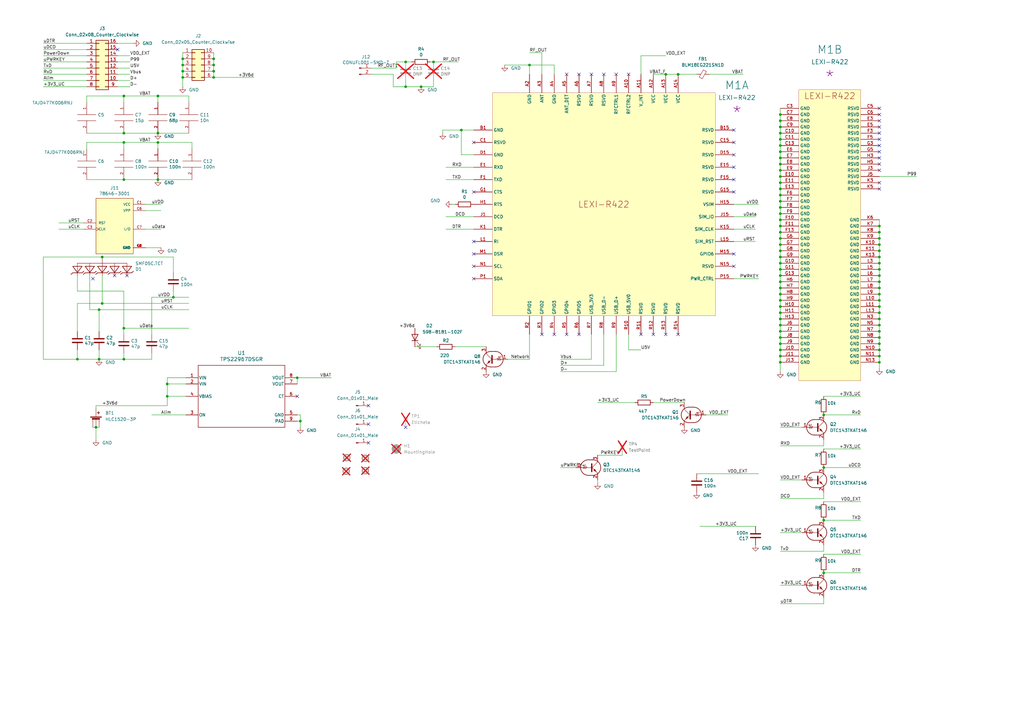
<source format=kicad_sch>
(kicad_sch (version 20231120) (generator "eeschema") (generator_version "8.0")
  (paper "A3")
  (title_block (title "Modem BG95") (rev "4.0") (company "Delta Electronics SRL"))
  (junction (at 320.04 69.85))
  (junction (at 87.63 26.67))
  (junction (at 320.04 123.19))
  (junction (at 68.58 162.56))
  (junction (at 74.93 24.13))
  (junction (at 320.04 87.63))
  (junction (at 320.04 90.17))
  (junction (at 360.68 130.81))
  (junction (at 166.37 25.4))
  (junction (at 64.77 58.42))
  (junction (at 320.04 146.05))
  (junction (at 337.82 234.95))
  (junction (at 121.92 154.94))
  (junction (at 273.05 30.48))
  (junction (at 360.68 107.95))
  (junction (at 360.68 100.33))
  (junction (at 41.91 124.46))
  (junction (at 189.23 53.34))
  (junction (at 320.04 140.97))
  (junction (at 320.04 100.33))
  (junction (at 320.04 130.81))
  (junction (at 320.04 135.89))
  (junction (at 50.8 147.32))
  (junction (at 360.68 128.27))
  (junction (at 74.93 29.21))
  (junction (at 68.58 157.48))
  (junction (at 64.77 73.66))
  (junction (at 320.04 46.99))
  (junction (at 360.68 95.25))
  (junction (at 320.04 64.77))
  (junction (at 360.68 140.97))
  (junction (at 320.04 82.55))
  (junction (at 50.8 54.61))
  (junction (at 360.68 113.03))
  (junction (at 123.19 172.72))
  (junction (at 320.04 49.53))
  (junction (at 71.12 121.92))
  (junction (at 41.91 105.41))
  (junction (at 320.04 105.41))
  (junction (at 360.68 102.87))
  (junction (at 320.04 54.61))
  (junction (at 50.8 58.42))
  (junction (at 360.68 148.59))
  (junction (at 337.82 170.18))
  (junction (at 177.8 25.4))
  (junction (at 320.04 118.11))
  (junction (at 50.8 73.66))
  (junction (at 337.82 191.77))
  (junction (at 320.04 85.09))
  (junction (at 360.68 125.73))
  (junction (at 320.04 57.15))
  (junction (at 74.93 31.75))
  (junction (at 320.04 128.27))
  (junction (at 31.75 147.32))
  (junction (at 320.04 115.57))
  (junction (at 320.04 97.79))
  (junction (at 360.68 110.49))
  (junction (at 172.72 35.56))
  (junction (at 217.17 26.67))
  (junction (at 360.68 135.89))
  (junction (at 320.04 80.01))
  (junction (at 320.04 92.71))
  (junction (at 360.68 118.11))
  (junction (at 87.63 29.21))
  (junction (at 360.68 133.35))
  (junction (at 278.13 30.48))
  (junction (at 87.63 24.13))
  (junction (at 320.04 95.25))
  (junction (at 360.68 115.57))
  (junction (at 320.04 133.35))
  (junction (at 360.68 120.65))
  (junction (at 320.04 59.69))
  (junction (at 320.04 125.73))
  (junction (at 320.04 120.65))
  (junction (at 50.8 39.37))
  (junction (at 360.68 123.19))
  (junction (at 50.8 134.62))
  (junction (at 39.37 175.26))
  (junction (at 337.82 213.36))
  (junction (at 64.77 39.37))
  (junction (at 64.77 54.61))
  (junction (at 320.04 113.03))
  (junction (at 40.64 147.32))
  (junction (at 320.04 62.23))
  (junction (at 360.68 97.79))
  (junction (at 360.68 92.71))
  (junction (at 360.68 143.51))
  (junction (at 320.04 52.07))
  (junction (at 320.04 143.51))
  (junction (at 320.04 77.47))
  (junction (at 320.04 148.59))
  (junction (at 320.04 72.39))
  (junction (at 166.37 35.56))
  (junction (at 40.64 127))
  (junction (at 360.68 146.05))
  (junction (at 320.04 102.87))
  (junction (at 360.68 138.43))
  (junction (at 320.04 74.93))
  (junction (at 74.93 26.67))
  (junction (at 320.04 67.31))
  (junction (at 360.68 105.41))
  (junction (at 320.04 138.43))
  (junction (at 87.63 31.75))
  (junction (at 320.04 110.49))
  (junction (at 320.04 107.95))
  (no_connect (at 151.13 181.61))
  (no_connect (at 52.07 113.03))
  (no_connect (at 300.99 58.42))
  (no_connect (at 194.31 78.74))
  (no_connect (at 360.68 67.31))
  (no_connect (at 151.13 166.37))
  (no_connect (at 262.89 137.16))
  (no_connect (at 48.26 20.32))
  (no_connect (at 222.25 137.16))
  (no_connect (at 252.73 30.48))
  (no_connect (at 194.31 104.14))
  (no_connect (at 300.99 63.5))
  (no_connect (at 360.68 54.61))
  (no_connect (at 237.49 30.48))
  (no_connect (at 121.92 162.56))
  (no_connect (at 360.68 49.53))
  (no_connect (at 194.31 58.42))
  (no_connect (at 242.57 30.48))
  (no_connect (at 300.99 73.66))
  (no_connect (at 273.05 137.16))
  (no_connect (at 360.68 44.45))
  (no_connect (at 166.37 175.26))
  (no_connect (at 360.68 77.47))
  (no_connect (at 46.99 113.03))
  (no_connect (at 300.99 68.58))
  (no_connect (at 257.81 30.48))
  (no_connect (at 360.68 62.23))
  (no_connect (at 300.99 104.14))
  (no_connect (at 232.41 30.48))
  (no_connect (at 278.13 137.16))
  (no_connect (at 300.99 109.22))
  (no_connect (at 360.68 57.15))
  (no_connect (at 360.68 74.93))
  (no_connect (at 267.97 137.16))
  (no_connect (at 360.68 69.85))
  (no_connect (at 38.1 114.3))
  (no_connect (at 194.31 109.22))
  (no_connect (at 227.33 137.16))
  (no_connect (at 300.99 53.34))
  (no_connect (at 360.68 64.77))
  (no_connect (at 247.65 30.48))
  (no_connect (at 360.68 46.99))
  (no_connect (at 360.68 52.07))
  (no_connect (at 194.31 99.06))
  (no_connect (at 360.68 59.69))
  (no_connect (at 237.49 137.16))
  (no_connect (at 300.99 78.74))
  (no_connect (at 194.31 114.3))
  (no_connect (at 232.41 137.16))
  (no_connect (at 151.13 173.99))
  (wire (pts (xy 189.23 53.34) (xy 194.31 53.34)))
  (wire (pts (xy 68.58 157.48) (xy 76.2 157.48)))
  (wire (pts (xy 320.04 115.57) (xy 320.04 118.11)))
  (wire (pts (xy 17.78 27.94) (xy 35.56 27.94)))
  (wire (pts (xy 36.83 113.03) (xy 36.83 127)))
  (wire (pts (xy 320.04 80.01) (xy 320.04 82.55)))
  (wire (pts (xy 48.26 35.56) (xy 53.34 35.56)))
  (wire (pts (xy 162.56 25.4) (xy 162.56 27.94)))
  (wire (pts (xy 360.68 113.03) (xy 360.68 115.57)))
  (wire (pts (xy 320.04 140.97) (xy 320.04 143.51)))
  (wire (pts (xy 229.87 152.4) (xy 252.73 152.4)))
  (wire (pts (xy 320.04 52.07) (xy 320.04 54.61)))
  (wire (pts (xy 320.04 146.05) (xy 320.04 148.59)))
  (wire (pts (xy 121.92 154.94) (xy 135.89 154.94)))
  (wire (pts (xy 172.72 35.56) (xy 177.8 35.56)))
  (wire (pts (xy 360.68 92.71) (xy 360.68 95.25)))
  (wire (pts (xy 245.11 196.85) (xy 245.11 198.12)))
  (wire (pts (xy 35.56 58.42) (xy 50.8 58.42)))
  (wire (pts (xy 68.58 157.48) (xy 68.58 154.94)))
  (wire (pts (xy 360.68 123.19) (xy 360.68 125.73)))
  (wire (pts (xy 320.04 64.77) (xy 320.04 67.31)))
  (wire (pts (xy 177.8 33.02) (xy 177.8 35.56)))
  (wire (pts (xy 337.82 213.36) (xy 353.06 213.36)))
  (wire (pts (xy 40.64 143.51) (xy 40.64 147.32)))
  (wire (pts (xy 320.04 247.65) (xy 337.82 247.65)))
  (wire (pts (xy 360.68 107.95) (xy 360.68 110.49)))
  (wire (pts (xy 50.8 39.37) (xy 64.77 39.37)))
  (wire (pts (xy 337.82 201.93) (xy 337.82 204.47)))
  (wire (pts (xy 229.87 149.86) (xy 247.65 149.86)))
  (wire (pts (xy 222.25 30.48) (xy 222.25 21.59)))
  (wire (pts (xy 31.75 147.32) (xy 40.64 147.32)))
  (wire (pts (xy 320.04 218.44) (xy 328.93 218.44)))
  (wire (pts (xy 300.99 99.06) (xy 309.88 99.06)))
  (wire (pts (xy 360.68 72.39) (xy 375.92 72.39)))
  (wire (pts (xy 337.82 223.52) (xy 337.82 226.06)))
  (wire (pts (xy 121.92 172.72) (xy 123.19 172.72)))
  (wire (pts (xy 17.78 147.32) (xy 31.75 147.32)))
  (wire (pts (xy 31.75 143.51) (xy 31.75 147.32)))
  (wire (pts (xy 194.31 93.98) (xy 182.88 93.98)))
  (wire (pts (xy 62.23 137.16) (xy 62.23 121.92)))
  (wire (pts (xy 161.29 35.56) (xy 166.37 35.56)))
  (wire (pts (xy 68.58 154.94) (xy 76.2 154.94)))
  (wire (pts (xy 87.63 24.13) (xy 87.63 26.67)))
  (wire (pts (xy 59.69 86.36) (xy 66.04 86.36)))
  (wire (pts (xy 257.81 137.16) (xy 257.81 143.51)))
  (wire (pts (xy 298.45 170.18) (xy 289.56 170.18)))
  (wire (pts (xy 337.82 184.15) (xy 353.06 184.15)))
  (wire (pts (xy 337.82 245.11) (xy 337.82 247.65)))
  (wire (pts (xy 320.04 226.06) (xy 337.82 226.06)))
  (wire (pts (xy 320.04 54.61) (xy 320.04 57.15)))
  (wire (pts (xy 40.64 127) (xy 77.47 127)))
  (wire (pts (xy 39.37 166.37) (xy 68.58 166.37)))
  (wire (pts (xy 320.04 130.81) (xy 320.04 133.35)))
  (wire (pts (xy 17.78 25.4) (xy 35.56 25.4)))
  (wire (pts (xy 50.8 41.91) (xy 50.8 39.37)))
  (wire (pts (xy 35.56 54.61) (xy 50.8 54.61)))
  (wire (pts (xy 181.61 53.34) (xy 189.23 53.34)))
  (wire (pts (xy 71.12 121.92) (xy 77.47 121.92)))
  (wire (pts (xy 337.82 180.34) (xy 337.82 182.88)))
  (wire (pts (xy 217.17 26.67) (xy 217.17 30.48)))
  (wire (pts (xy 48.26 22.86) (xy 53.34 22.86)))
  (wire (pts (xy 320.04 133.35) (xy 320.04 135.89)))
  (wire (pts (xy 320.04 128.27) (xy 320.04 130.81)))
  (wire (pts (xy 121.92 154.94) (xy 121.92 157.48)))
  (wire (pts (xy 39.37 180.34) (xy 39.37 175.26)))
  (wire (pts (xy 31.75 124.46) (xy 31.75 135.89)))
  (wire (pts (xy 290.83 30.48) (xy 304.8 30.48)))
  (wire (pts (xy 217.17 137.16) (xy 217.17 147.32)))
  (wire (pts (xy 123.19 175.26) (xy 123.19 172.72)))
  (wire (pts (xy 87.63 21.59) (xy 87.63 24.13)))
  (wire (pts (xy 320.04 46.99) (xy 320.04 49.53)))
  (wire (pts (xy 320.04 49.53) (xy 320.04 52.07)))
  (wire (pts (xy 320.04 44.45) (xy 320.04 46.99)))
  (wire (pts (xy 320.04 143.51) (xy 320.04 146.05)))
  (wire (pts (xy 185.42 83.82) (xy 186.69 83.82)))
  (wire (pts (xy 227.33 30.48) (xy 227.33 26.67)))
  (wire (pts (xy 360.68 130.81) (xy 360.68 133.35)))
  (wire (pts (xy 64.77 58.42) (xy 78.74 58.42)))
  (wire (pts (xy 77.47 39.37) (xy 77.47 41.91)))
  (wire (pts (xy 252.73 152.4) (xy 252.73 137.16)))
  (wire (pts (xy 320.04 182.88) (xy 337.82 182.88)))
  (wire (pts (xy 229.87 147.32) (xy 242.57 147.32)))
  (wire (pts (xy 320.04 148.59) (xy 320.04 152.4)))
  (wire (pts (xy 17.78 30.48) (xy 35.56 30.48)))
  (wire (pts (xy 280.67 165.1) (xy 267.97 165.1)))
  (wire (pts (xy 320.04 95.25) (xy 320.04 97.79)))
  (wire (pts (xy 76.2 170.18) (xy 62.23 170.18)))
  (wire (pts (xy 35.56 60.96) (xy 35.56 58.42)))
  (wire (pts (xy 59.69 93.98) (xy 66.04 93.98)))
  (wire (pts (xy 35.56 39.37) (xy 50.8 39.37)))
  (wire (pts (xy 35.56 73.66) (xy 50.8 73.66)))
  (wire (pts (xy 123.19 172.72) (xy 123.19 170.18)))
  (wire (pts (xy 320.04 97.79) (xy 320.04 100.33)))
  (wire (pts (xy 48.26 25.4) (xy 53.34 25.4)))
  (wire (pts (xy 217.17 26.67) (xy 207.01 26.67)))
  (wire (pts (xy 360.68 120.65) (xy 360.68 123.19)))
  (wire (pts (xy 194.31 88.9) (xy 182.88 88.9)))
  (wire (pts (xy 273.05 30.48) (xy 278.13 30.48)))
  (wire (pts (xy 189.23 53.34) (xy 189.23 63.5)))
  (wire (pts (xy 320.04 57.15) (xy 320.04 59.69)))
  (wire (pts (xy 50.8 134.62) (xy 77.47 134.62)))
  (wire (pts (xy 48.26 30.48) (xy 53.34 30.48)))
  (wire (pts (xy 320.04 100.33) (xy 320.04 102.87)))
  (wire (pts (xy 320.04 74.93) (xy 320.04 77.47)))
  (wire (pts (xy 217.17 21.59) (xy 222.25 21.59)))
  (wire (pts (xy 262.89 22.86) (xy 273.05 22.86)))
  (wire (pts (xy 300.99 93.98) (xy 309.88 93.98)))
  (wire (pts (xy 360.68 110.49) (xy 360.68 113.03)))
  (wire (pts (xy 267.97 30.48) (xy 273.05 30.48)))
  (wire (pts (xy 35.56 20.32) (xy 17.78 20.32)))
  (wire (pts (xy 123.19 170.18) (xy 121.92 170.18)))
  (wire (pts (xy 62.23 121.92) (xy 71.12 121.92)))
  (wire (pts (xy 320.04 85.09) (xy 320.04 87.63)))
  (wire (pts (xy 320.04 125.73) (xy 320.04 128.27)))
  (wire (pts (xy 320.04 138.43) (xy 320.04 140.97)))
  (wire (pts (xy 320.04 123.19) (xy 320.04 125.73)))
  (wire (pts (xy 360.68 115.57) (xy 360.68 118.11)))
  (wire (pts (xy 189.23 63.5) (xy 194.31 63.5)))
  (wire (pts (xy 257.81 143.51) (xy 262.89 143.51)))
  (wire (pts (xy 166.37 35.56) (xy 172.72 35.56)))
  (wire (pts (xy 64.77 41.91) (xy 64.77 39.37)))
  (wire (pts (xy 242.57 137.16) (xy 242.57 147.32)))
  (wire (pts (xy 41.91 113.03) (xy 41.91 124.46)))
  (wire (pts (xy 64.77 60.96) (xy 64.77 58.42)))
  (wire (pts (xy 39.37 175.26) (xy 40.64 175.26)))
  (wire (pts (xy 360.68 90.17) (xy 360.68 92.71)))
  (wire (pts (xy 17.78 147.32) (xy 17.78 105.41)))
  (wire (pts (xy 320.04 175.26) (xy 328.93 175.26)))
  (wire (pts (xy 87.63 29.21) (xy 87.63 31.75)))
  (wire (pts (xy 87.63 31.75) (xy 104.14 31.75)))
  (wire (pts (xy 177.8 25.4) (xy 187.96 25.4)))
  (wire (pts (xy 34.29 93.98) (xy 24.13 93.98)))
  (wire (pts (xy 236.22 191.77) (xy 229.87 191.77)))
  (wire (pts (xy 50.8 147.32) (xy 62.23 147.32)))
  (wire (pts (xy 40.64 127) (xy 40.64 135.89)))
  (wire (pts (xy 34.29 91.44) (xy 24.13 91.44)))
  (wire (pts (xy 285.75 194.31) (xy 311.15 194.31)))
  (wire (pts (xy 170.18 142.24) (xy 179.07 142.24)))
  (wire (pts (xy 360.68 148.59) (xy 360.68 151.13)))
  (wire (pts (xy 152.4 30.48) (xy 161.29 30.48)))
  (wire (pts (xy 50.8 60.96) (xy 50.8 58.42)))
  (wire (pts (xy 452.12 196.85) (xy 461.01 196.85)))
  (wire (pts (xy 360.68 143.51) (xy 360.68 146.05)))
  (wire (pts (xy 64.77 39.37) (xy 77.47 39.37)))
  (wire (pts (xy 320.04 67.31) (xy 320.04 69.85)))
  (wire (pts (xy 162.56 27.94) (xy 152.4 27.94)))
  (wire (pts (xy 360.68 128.27) (xy 360.68 130.81)))
  (wire (pts (xy 452.12 194.31) (xy 461.01 194.31)))
  (wire (pts (xy 320.04 77.47) (xy 320.04 80.01)))
  (wire (pts (xy 247.65 149.86) (xy 247.65 137.16)))
  (wire (pts (xy 320.04 196.85) (xy 328.93 196.85)))
  (wire (pts (xy 161.29 30.48) (xy 161.29 35.56)))
  (wire (pts (xy 360.68 105.41) (xy 360.68 107.95)))
  (wire (pts (xy 17.78 105.41) (xy 41.91 105.41)))
  (wire (pts (xy 166.37 25.4) (xy 168.91 25.4)))
  (wire (pts (xy 71.12 119.38) (xy 71.12 121.92)))
  (wire (pts (xy 320.04 110.49) (xy 320.04 113.03)))
  (wire (pts (xy 68.58 162.56) (xy 68.58 157.48)))
  (wire (pts (xy 320.04 107.95) (xy 320.04 110.49)))
  (wire (pts (xy 360.68 133.35) (xy 360.68 135.89)))
  (wire (pts (xy 31.75 119.38) (xy 50.8 119.38)))
  (wire (pts (xy 320.04 72.39) (xy 320.04 74.93)))
  (wire (pts (xy 360.68 95.25) (xy 360.68 97.79)))
  (wire (pts (xy 50.8 58.42) (xy 64.77 58.42)))
  (wire (pts (xy 311.15 114.3) (xy 300.99 114.3)))
  (wire (pts (xy 320.04 92.71) (xy 320.04 95.25)))
  (wire (pts (xy 300.99 83.82) (xy 311.15 83.82)))
  (wire (pts (xy 227.33 26.67) (xy 217.17 26.67)))
  (wire (pts (xy 64.77 73.66) (xy 78.74 73.66)))
  (wire (pts (xy 278.13 30.48) (xy 285.75 30.48)))
  (wire (pts (xy 360.68 118.11) (xy 360.68 120.65)))
  (wire (pts (xy 166.37 25.4) (xy 162.56 25.4)))
  (wire (pts (xy 320.04 105.41) (xy 320.04 107.95)))
  (wire (pts (xy 337.82 234.95) (xy 353.06 234.95)))
  (wire (pts (xy 360.68 138.43) (xy 360.68 140.97)))
  (wire (pts (xy 78.74 58.42) (xy 78.74 60.96)))
  (wire (pts (xy 50.8 54.61) (xy 64.77 54.61)))
  (wire (pts (xy 40.64 127) (xy 36.83 127)))
  (wire (pts (xy 245.11 165.1) (xy 260.35 165.1)))
  (wire (pts (xy 320.04 82.55) (xy 320.04 85.09)))
  (wire (pts (xy 320.04 113.03) (xy 320.04 115.57)))
  (wire (pts (xy 62.23 147.32) (xy 62.23 144.78)))
  (wire (pts (xy 320.04 102.87) (xy 320.04 105.41)))
  (wire (pts (xy 77.47 124.46) (xy 41.91 124.46)))
  (wire (pts (xy 59.69 101.6) (xy 66.04 101.6)))
  (wire (pts (xy 176.53 25.4) (xy 177.8 25.4)))
  (wire (pts (xy 48.26 17.78) (xy 54.61 17.78)))
  (wire (pts (xy 74.93 21.59) (xy 74.93 24.13)))
  (wire (pts (xy 320.04 120.65) (xy 320.04 123.19)))
  (wire (pts (xy 48.26 33.02) (xy 53.34 33.02)))
  (wire (pts (xy 48.26 27.94) (xy 53.34 27.94)))
  (wire (pts (xy 74.93 31.75) (xy 74.93 35.56)))
  (wire (pts (xy 59.69 83.82) (xy 66.04 83.82)))
  (wire (pts (xy 50.8 73.66) (xy 64.77 73.66)))
  (wire (pts (xy 74.93 24.13) (xy 74.93 26.67)))
  (wire (pts (xy 74.93 29.21) (xy 74.93 31.75)))
  (wire (pts (xy 194.31 68.58) (xy 182.88 68.58)))
  (wire (pts (xy 87.63 26.67) (xy 87.63 29.21)))
  (wire (pts (xy 245.11 186.69) (xy 255.27 186.69)))
  (wire (pts (xy 181.61 54.61) (xy 181.61 53.34)))
  (wire (pts (xy 337.82 191.77) (xy 353.06 191.77)))
  (wire (pts (xy 41.91 124.46) (xy 31.75 124.46)))
  (wire (pts (xy 41.91 105.41) (xy 71.12 105.41)))
  (wire (pts (xy 337.82 162.56) (xy 353.06 162.56)))
  (wire (pts (xy 194.31 73.66) (xy 182.88 73.66)))
  (wire (pts (xy 64.77 54.61) (xy 77.47 54.61)))
  (wire (pts (xy 320.04 62.23) (xy 320.04 64.77)))
  (wire (pts (xy 360.68 102.87) (xy 360.68 105.41)))
  (wire (pts (xy 68.58 162.56) (xy 76.2 162.56)))
  (wire (pts (xy 360.68 140.97) (xy 360.68 143.51)))
  (wire (pts (xy 320.04 87.63) (xy 320.04 90.17)))
  (wire (pts (xy 17.78 22.86) (xy 35.56 22.86)))
  (wire (pts (xy 320.04 90.17) (xy 320.04 92.71)))
  (wire (pts (xy 199.39 142.24) (xy 186.69 142.24)))
  (wire (pts (xy 217.17 147.32) (xy 208.28 147.32)))
  (wire (pts (xy 31.75 113.03) (xy 31.75 119.38)))
  (wire (pts (xy 50.8 119.38) (xy 50.8 134.62)))
  (wire (pts (xy 360.68 146.05) (xy 360.68 148.59)))
  (wire (pts (xy 337.82 170.18) (xy 353.06 170.18)))
  (wire (pts (xy 262.89 30.48) (xy 262.89 22.86)))
  (wire (pts (xy 360.68 135.89) (xy 360.68 138.43)))
  (wire (pts (xy 360.68 125.73) (xy 360.68 128.27)))
  (wire (pts (xy 40.64 147.32) (xy 50.8 147.32)))
  (wire (pts (xy 71.12 105.41) (xy 71.12 111.76)))
  (wire (pts (xy 360.68 97.79) (xy 360.68 100.33)))
  (wire (pts (xy 166.37 35.56) (xy 166.37 33.02)))
  (wire (pts (xy 50.8 144.78) (xy 50.8 147.32)))
  (wire (pts (xy 320.04 204.47) (xy 337.82 204.47)))
  (wire (pts (xy 38.1 175.26) (xy 39.37 175.26)))
  (wire (pts (xy 320.04 59.69) (xy 320.04 62.23)))
  (wire (pts (xy 68.58 166.37) (xy 68.58 162.56)))
  (wire (pts (xy 17.78 33.02) (xy 35.56 33.02)))
  (wire (pts (xy 360.68 100.33) (xy 360.68 102.87)))
  (wire (pts (xy 337.82 205.74) (xy 353.06 205.74)))
  (wire (pts (xy 320.04 240.03) (xy 328.93 240.03)))
  (wire (pts (xy 39.37 166.37) (xy 39.37 167.64)))
  (wire (pts (xy 50.8 134.62) (xy 50.8 137.16)))
  (wire (pts (xy 320.04 118.11) (xy 320.04 120.65)))
  (wire (pts (xy 300.99 88.9) (xy 309.88 88.9)))
  (wire (pts (xy 287.02 215.9) (xy 309.88 215.9)))
  (wire (pts (xy 320.04 135.89) (xy 320.04 138.43)))
  (wire (pts (xy 35.56 41.91) (xy 35.56 39.37)))
  (wire (pts (xy 74.93 26.67) (xy 74.93 29.21)))
  (wire (pts (xy 35.56 35.56) (xy 17.78 35.56)))
  (wire (pts (xy 35.56 17.78) (xy 17.78 17.78)))
  (wire (pts (xy 337.82 227.33) (xy 353.06 227.33)))
  (wire (pts (xy 320.04 69.85) (xy 320.04 72.39)))
  (label "uDTR" (at 320.04 247.65 0))
  (label "uDCD" (at 17.78 20.32 0))
  (label "VBAT" (at 57.15 39.37 0))
  (label "D+" (at 53.34 33.02 0))
  (label "RxD" (at 353.06 170.18 180))
  (label "+3V6d" (at 104.14 31.75 180))
  (label "VDD_EXT" (at 298.45 194.31 0))
  (label "U5V" (at 262.89 143.51 0))
  (label "TXD" (at 185.42 73.66 0))
  (label "+3V3_UC" (at 293.37 215.9 0))
  (label "RF_OUT" (at 217.17 21.59 0))
  (label "PWRKEY" (at 254 186.69 180))
  (label "uData" (at 62.23 93.98 0))
  (label "PowerDown" (at 270.51 165.1 0))
  (label "TXD" (at 353.06 213.36 180))
  (label "uVDD" (at 62.23 83.82 0))
  (label "uVDD" (at 306.07 83.82 0))
  (label "+3V3_UC" (at 320.04 240.03 0))
  (label "VBAT" (at 304.8 30.48 180))
  (label "T" (at 452.12 196.85 0))
  (label "D-" (at 53.34 35.56 0))
  (label "VDD_EXT" (at 353.06 205.74 180))
  (label "PWRKEY" (at 311.15 114.3 180))
  (label "VBAT" (at 57.15 58.42 0))
  (label "uRST" (at 304.8 99.06 0))
  (label "Vbus" (at 229.87 147.32 0))
  (label "VDD_EXT" (at 320.04 175.26 0))
  (label "+3V3_UC" (at 353.06 184.15 180))
  (label "Alim" (at 66.04 170.18 0))
  (label "+3V3_UC" (at 17.78 35.56 0))
  (label "Alim" (at 17.78 33.02 0))
  (label "DCD" (at 186.69 88.9 0))
  (label "D+" (at 229.87 149.86 0))
  (label "Vbus" (at 53.34 30.48 0))
  (label "U5V" (at 53.34 27.94 0))
  (label "TxD" (at 320.04 226.06 0))
  (label "DTR" (at 353.06 234.95 180))
  (label "VDD_EXT" (at 320.04 196.85 0))
  (label "DCD" (at 320.04 204.47 0))
  (label "uPWRKEY" (at 17.78 25.4 0))
  (label "R" (at 452.12 194.31 0))
  (label "+3V3_UC" (at 245.11 165.1 0))
  (label "RXD" (at 185.42 68.58 0))
  (label "VBAT" (at 135.89 154.94 180))
  (label "uCLK" (at 27.94 93.98 0))
  (label "RxD" (at 17.78 30.48 0))
  (label "RF_OUT1" (at 154.94 27.94 0))
  (label "VDD_EXT" (at 353.06 227.33 180))
  (label "Network" (at 209.55 147.32 0))
  (label "uVDD" (at 64.77 121.92 0))
  (label "+3V3_UC" (at 353.06 162.56 180))
  (label "RXD" (at 320.04 182.88 0))
  (label "DTR" (at 185.42 93.98 0))
  (label "uRST" (at 27.94 91.44 0))
  (label "PowerDown" (at 17.78 22.86 0))
  (label "uPWRKEY" (at 229.87 191.77 0))
  (label "+3V6d" (at 48.26 166.37 180))
  (label "VBAT_F" (at 273.05 30.48 180))
  (label "uRST" (at 66.04 124.46 0))
  (label "uCLK" (at 304.8 93.98 0))
  (label "+3V6d" (at 170.18 134.62 180))
  (label "VDD_EXT" (at 273.05 22.86 0))
  (label "D-" (at 229.87 152.4 0))
  (label "uDCD" (at 353.06 191.77 180))
  (label "VDD_EXT" (at 53.34 22.86 0))
  (label "uData" (at 57.15 134.62 0))
  (label "VDD_EXT" (at 290.83 170.18 0))
  (label "RF_OUT" (at 181.61 25.4 0))
  (label "TxD" (at 17.78 27.94 0))
  (label "uData" (at 304.8 88.9 0))
  (label "uDTR" (at 17.78 17.78 0))
  (label "P99" (at 53.34 25.4 0))
  (label "uCLK" (at 66.04 127 0))
  (label "P99" (at 375.92 72.39 180))
  (label "+3V3_UC" (at 320.04 218.44 0))
  (symbol (lib_id "Transistor_BJT:DTC143T") (at 201.93 147.32 0) (mirror y) (unit 1)
    (property "Reference" "Q8" (at 197.1548 146.1516 0) (effects (justify left)))
    (property "Value" "DTC143TKAT146" (at 197.1548 148.463 0) (effects (justify left)))
    (property "Footprint" "Package_TO_SOT_SMD:SOT-23" (effects (hide yes)))
    (property "VTPN" "4500-00020-00" (effects (hide yes)))
  )
  (symbol (lib_id "SMF05C:SMF05C") (at 44.45 110.49 180) (unit 1)
    (property "Reference" "D1" (at 55.4736 110.3884 0) (effects (justify right)))
    (property "Value" "SMF05C.TCT" (at 55.4736 108.077 0) (effects (justify right)))
    (property "Footprint" "Diode_SMD:SC70-6" (effects (hide yes)))
    (property "VTPN" "4724-00010-00" (effects (hide yes)))
  )
  (symbol (lib_id "Device:C") (at 31.75 139.7 0) (unit 1)
    (property "Reference" "C1" (at 34.671 138.5316 0) (effects (justify left)))
    (property "Value" "47p" (at 34.671 140.843 0) (effects (justify left)))
    (property "Footprint" "Capacitor_SMD:C_0603_1608Metric" (effects (hide yes)))
    (property "VTPN" "4106-00080-00" (effects (hide yes)))
  )
  (symbol (lib_id "Device:C") (at 40.64 139.7 0) (unit 1)
    (property "Reference" "C2" (at 43.561 138.5316 0) (effects (justify left)))
    (property "Value" "47p" (at 43.561 140.843 0) (effects (justify left)))
    (property "Footprint" "Capacitor_SMD:C_0603_1608Metric" (effects (hide yes)))
    (property "VTPN" "4106-00080-00" (effects (hide yes)))
  )
  (symbol (lib_id "Device:C") (at 50.8 140.97 0) (unit 1)
    (property "Reference" "C3" (at 53.721 139.8016 0) (effects (justify left)))
    (property "Value" "47p" (at 53.721 142.113 0) (effects (justify left)))
    (property "Footprint" "Capacitor_SMD:C_0603_1608Metric" (effects (hide yes)))
    (property "VTPN" "4106-00080-00" (effects (hide yes)))
  )
  (symbol (lib_id "Device:C") (at 71.12 115.57 0) (unit 1)
    (property "Reference" "C4" (at 74.041 114.4016 0) (effects (justify left)))
    (property "Value" "100n" (at 74.041 116.713 0) (effects (justify left)))
    (property "Footprint" "Capacitor_SMD:C_0603_1608Metric" (effects (hide yes)))
    (property "VTPN" "4106-00020-00" (effects (hide yes)))
  )
  (symbol (lib_id "pspice:CAP") (at 35.56 48.26 0) (unit 1)
    (property "Reference" "C5" (at 40.0812 47.0916 0) (effects (justify left)))
    (property "Value" "TAJD477K006RNJ" (at 13.208 42.164 0) (effects (justify left)))
    (property "Footprint" "Capacitor_Tantalum_SMD:CP_EIA-7361-38_AVX-V_Pad2.18x3.30mm_HandSolder" (effects (hide yes)))
    (property "VTPN" "4128-00100-00" (effects (hide yes)))
  )
  (symbol (lib_id "pspice:CAP") (at 50.8 48.26 0) (unit 1)
    (property "Reference" "C7" (at 55.3212 47.0916 0) (effects (justify left)))
    (property "Value" "15p" (at 55.3212 49.403 0) (effects (justify left)))
    (property "Footprint" "Capacitor_SMD:C_0603_1608Metric" (effects (hide yes)))
    (property "VTPN" "4106-00070-00" (effects (hide yes)))
  )
  (symbol (lib_id "pspice:CAP") (at 64.77 48.26 0) (unit 1)
    (property "Reference" "C9" (at 69.2912 47.0916 0) (effects (justify left)))
    (property "Value" "68p" (at 69.2912 49.403 0) (effects (justify left)))
    (property "Footprint" "Capacitor_SMD:C_0603_1608Metric" (effects (hide yes)))
    (property "VTPN" "4106-00060-00" (effects (hide yes)))
  )
  (symbol (lib_id "pspice:CAP") (at 77.47 48.26 0) (unit 1)
    (property "Reference" "C11" (at 81.9912 47.0916 0) (effects (justify left)))
    (property "Value" "10n" (at 81.9912 49.403 0) (effects (justify left)))
    (property "Footprint" "Capacitor_SMD:C_0603_1608Metric" (effects (hide yes)))
    (property "VTPN" "4106-00015-00" (effects (hide yes)))
  )
  (symbol (lib_id "pspice:CAP") (at 35.56 67.31 0) (unit 1)
    (property "Reference" "C6" (at 40.0812 66.1416 0) (effects (justify left)))
    (property "Value" "TAJD477K006RNJ" (at 18.1864 62.4332 0) (effects (justify left)))
    (property "Footprint" "Capacitor_Tantalum_SMD:CP_EIA-7361-38_AVX-V_Pad2.18x3.30mm_HandSolder" (effects (hide yes)))
    (property "VTPN" "4128-00100-00" (effects (hide yes)))
  )
  (symbol (lib_id "pspice:CAP") (at 50.8 67.31 0) (unit 1)
    (property "Reference" "C8" (at 55.3212 66.1416 0) (effects (justify left)))
    (property "Value" "100n" (at 55.3212 68.453 0) (effects (justify left)))
    (property "Footprint" "Capacitor_SMD:C_0603_1608Metric" (effects (hide yes)))
    (property "VTPN" "4106-00020-00" (effects (hide yes)))
  )
  (symbol (lib_id "pspice:CAP") (at 64.77 67.31 0) (unit 1)
    (property "Reference" "C10" (at 69.2912 66.1416 0) (effects (justify left)))
    (property "Value" "100n" (at 69.2912 68.453 0) (effects (justify left)))
    (property "Footprint" "Capacitor_SMD:C_0603_1608Metric" (effects (hide yes)))
    (property "VTPN" "4106-00020-00" (effects (hide yes)))
  )
  (symbol (lib_id "pspice:CAP") (at 78.74 67.31 0) (unit 1)
    (property "Reference" "C12" (at 83.2612 66.1416 0) (effects (justify left)))
    (property "Value" "100n" (at 83.2612 68.453 0) (effects (justify left)))
    (property "Footprint" "Capacitor_SMD:C_0603_1608Metric" (effects (hide yes)))
    (property "VTPN" "4106-00020-00" (effects (hide yes)))
  )
  (symbol (lib_id "Connector:Conn_01x02_Male") (at 147.32 27.94 0) (unit 1)
    (property "Reference" "J12" (at 150.0632 23.3426 0))
    (property "Value" "CONUFL001-SMD-T" (at 150.0632 25.654 0))
    (property "Footprint" "Connector_Coaxial:U.FL_Molex_MCRF_73412-0110_Vertical" (effects (hide yes)))
    (property "VTPN" "4416-00010-00" (effects (hide yes)))
  )
  (symbol (lib_id "SimSocketMolex:78646-3001") (at 46.99 91.44 0) (unit 1)
    (property "Reference" "J11" (at 46.99 77.089 0))
    (property "Value" "78646-3001" (at 46.99 79.4004 0))
    (property "Footprint" "Connector_Molex:MOLEX_78646-3001" (effects (hide yes)))
    (property "DESCRIPTION" "Conn Micro SIM Card SKT 6 POS 2.54mm Solder RA SMD 0.5A/Contact Embossed T/R" (effects (hide yes)))
    (property "PACKAGE" "None" (effects (hide yes)))
    (property "MF" "Molex" (effects (hide yes)))
    (property "DIGI-KEY_PART_NUMBER" "WM9364CT-ND" (effects (hide yes)))
    (property "DIGI-KEY_PURCHASE_URL" "https://www.digikey.in/product-detail/en/molex/0786463001/WM9364CT-ND/3770350?utm_source=snapeda&utm_medium=aggregator&utm_campaign=symbol" (effects (hide yes)))
    (property "MP" "78646-3001" (effects (hide yes)))
    (property "VTPN" "4414-00020-00" (effects (hide yes)))
  )
  (symbol (lib_id "Device:C") (at 62.23 140.97 0) (unit 1)
    (property "Reference" "C15" (at 65.151 139.8016 0) (effects (justify left)))
    (property "Value" "47p" (at 65.151 142.113 0) (effects (justify left)))
    (property "Footprint" "Capacitor_SMD:C_0603_1608Metric" (effects (hide yes)))
    (property "VTPN" "4106-00080-00" (effects (hide yes)))
  )
  (symbol (lib_id "Regulator_SwitchedCapacitor:TPS22967DSGR") (at 99.06 162.56 0) (unit 1)
    (property "Reference" "U1" (at 99.06 144.78 0) (effects (font (size 1.524 1.524))))
    (property "Value" "TPS22967DSGR" (at 99.06 147.32 0) (effects (font (size 1.524 1.524))))
    (property "Footprint" "Package_SON:WSON-8-1EP_2x2mm_P0.5mm_EP0.9x1.6mm_ThermalVias" (effects (hide yes)))
    (property "Datasheet" "TPS22967DSGR" (effects (hide yes)))
    (property "VTPN" "4702-01010-00" (effects (hide yes)))
  )
  (symbol (lib_id "Transistor_BJT:DTC143T") (at 335.28 175.26 0) (unit 1)
    (property "Reference" "Q2" (at 340.36 173.9899 0) (effects (justify left)))
    (property "Value" "DTC143TKAT146" (at 340.36 176.5299 0) (effects (justify left)))
    (property "Footprint" "Package_TO_SOT_SMD:SOT-23" (effects (hide yes)))
    (property "Description" "Digital NPN Transistor, 4k7/NONE, SOT-23" (effects (hide yes)))
    (property "VTPN" "4500-00020-00" (effects (hide yes)))
  )
  (symbol (lib_id "Device:LED") (at 170.18 138.43 90) (unit 1)
    (property "Reference" "D2" (at 174.752 133.604 90) (effects (justify right)))
    (property "Value" "598-8181-102F" (at 173.228 136.144 90) (effects (justify right)))
    (property "Footprint" "LED_SMD:LED_0805_2012Metric" (effects (hide yes)))
    (property "Description" "Light emitting diode" (effects (hide yes)))
    (property "VTPN" "4752-01010-00" (effects (hide yes)))
  )
  (symbol (lib_id "Device:R") (at 190.5 83.82 90) (unit 1)
    (property "Reference" "R1" (at 190.5 78.5622 90))
    (property "Value" "0" (at 190.5 80.8736 90))
    (property "Footprint" "Resistor_SMD:R_0603_1608Metric" (effects (hide yes)))
    (property "VTPN" "4006-00001-00" (effects (hide yes)))
  )
  (symbol (lib_id "power:GND") (at 309.88 223.52 0) (mirror y) (unit 1)
    (property "Reference" "#PWR020" (effects (hide yes)))
    (property "Value" "GND" (at 312.42 224.7899 0) (effects (justify right)))
  )
  (symbol (lib_id "Device:R") (at 182.88 142.24 90) (unit 1)
    (property "Reference" "R2" (at 182.88 139.7 90))
    (property "Value" "220" (at 182.372 145.796 90))
    (property "Footprint" "Resistor_SMD:R_0603_1608Metric" (effects (hide yes)))
    (property "VTPN" "4006-00020-00" (effects (hide yes)))
  )
  (symbol (lib_id "Transistor_BJT:DTC143T") (at 335.28 240.03 0) (unit 1)
    (property "Reference" "Q6" (at 340.36 238.7599 0) (effects (justify left)))
    (property "Value" "DTC143TKAT146" (at 340.36 241.2999 0) (effects (justify left)))
    (property "Footprint" "Package_TO_SOT_SMD:SOT-23" (effects (hide yes)))
    (property "Description" "Digital NPN Transistor, 4k7/NONE, SOT-23" (effects (hide yes)))
    (property "VTPN" "4500-00020-00" (effects (hide yes)))
  )
  (symbol (lib_id "Lexi:LEXI-R422") (at 327.66 36.83 0) (unit 2)
    (property "Reference" "M1" (at 340.36 20.32 0) (effects (font (size 3.2766 3.2766))))
    (property "Value" "LEXI-R422" (at 340.36 25.4 0) (effects (font (size 1.8288 1.8288))))
    (property "Footprint" "ublox:LEXI" (effects (hide yes)))
    (property "Description" "u-blox LEXI-R422 modules, a complete and cost-efficient solution offering multi-band LTE-M / NB-IoT / EGPRS data transmissions for low power wide area solutions in the ultra-compact LEXI form factor." (effects (hide yes)))
    (property "Manufacturer P/N" "*" (at 340.36 31.75 0) (effects (font (size 5.4864 5.4864))))
    (property "VTPN" "4716-00020-00" (effects (hide yes)))
  )
  (symbol (lib_id "power:GND") (at 172.72 35.56 0) (mirror y) (unit 1)
    (property "Reference" "#PWR010" (effects (hide yes)))
    (property "Value" "GND" (at 175.26 36.8299 0) (effects (justify right)))
  )
  (symbol (lib_id "power:GND") (at 40.64 147.32 0) (mirror y) (unit 1)
    (property "Reference" "#PWR08" (effects (hide yes)))
    (property "Value" "GND" (at 43.18 148.5899 0) (effects (justify right)))
  )
  (symbol (lib_id "Device:FerriteBead_Small") (at 288.29 30.48 90) (unit 1)
    (property "Reference" "FB1" (at 288.2519 24.13 90))
    (property "Value" "BLM18EG221SN1D" (at 288.2519 26.67 90))
    (property "Footprint" "Inductor_SMD:L_Walsin_WLFM201209x" (effects (hide yes)))
    (property "Description" "Ferrite bead, small symbol" (effects (hide yes)))
    (property "VTPN" "4300-01010-00" (effects (hide yes)))
  )
  (symbol (lib_id "power:GND") (at 207.01 26.67 0) (mirror y) (unit 1)
    (property "Reference" "#PWR06" (effects (hide yes)))
    (property "Value" "GND" (at 209.55 27.9399 0) (effects (justify right)))
  )
  (symbol (lib_id "Mechanical:Fiducial") (at 149.86 193.04 0) (unit 1) (dnp yes)
    (property "Reference" "FID4" (effects (hide yes)))
    (property "Value" "Fiducial" (effects (hide yes)))
    (property "Footprint" "Fiducial:Fiducial_1mm_Mask2mm" (effects (hide yes)))
    (property "VTPN" "4000-00000-00" (effects (hide yes)))
  )
  (symbol (lib_id "Device:R") (at 172.72 25.4 90) (unit 1)
    (property "Reference" "R4" (at 172.72 20.1422 90))
    (property "Value" "0" (at 172.72 22.4536 90))
    (property "Footprint" "Resistor_SMD:R_0603_1608Metric" (effects (hide yes)))
    (property "VTPN" "4006-00001-00" (effects (hide yes)))
  )
  (symbol (lib_id "Connector:Conn_01x01_Male") (at 146.05 173.99 0) (unit 1)
    (property "Reference" "J6" (at 146.685 168.402 0))
    (property "Value" "Conn_01x01_Male" (at 146.685 170.942 0))
    (property "Footprint" "TestPoint:TestPoint_Pad_5.1x5.1mm" (effects (hide yes)))
    (property "VTPN" "4753-00010-00" (effects (hide yes)))
  )
  (symbol (lib_id "Device:C") (at 285.75 198.12 0) (unit 1)
    (property "Reference" "C16" (at 288.671 196.9516 0) (effects (justify left)))
    (property "Value" "100n" (at 288.671 199.263 0) (effects (justify left)))
    (property "Footprint" "Capacitor_SMD:C_0603_1608Metric" (effects (hide yes)))
    (property "VTPN" "4106-00020-00" (effects (hide yes)))
  )
  (symbol (lib_id "power:GND") (at 285.75 201.93 0) (mirror y) (unit 1)
    (property "Reference" "#PWR019" (effects (hide yes)))
    (property "Value" "GND" (at 288.29 203.1999 0) (effects (justify right)))
  )
  (symbol (lib_id "Transistor_BJT:DTC143T") (at 242.57 191.77 0) (unit 1)
    (property "Reference" "Q3" (at 247.3452 190.6016 0) (effects (justify left)))
    (property "Value" "DTC143TKAT146" (at 247.3452 192.913 0) (effects (justify left)))
    (property "Footprint" "Package_TO_SOT_SMD:SOT-23" (effects (hide yes)))
    (property "VTPN" "4500-00020-00" (effects (hide yes)))
  )
  (symbol (lib_id "Mechanical:Fiducial") (at 141.986 193.294 0) (unit 1) (dnp yes)
    (property "Reference" "FID1" (effects (hide yes)))
    (property "Value" "Fiducial" (effects (hide yes)))
    (property "Footprint" "Fiducial:Fiducial_1mm_Mask2mm" (effects (hide yes)))
    (property "VTPN" "4000-00000-00" (effects (hide yes)))
  )
  (symbol (lib_id "Device:C") (at 309.88 219.71 180) (unit 1)
    (property "Reference" "C17" (at 306.959 220.8784 0) (effects (justify left)))
    (property "Value" "100n" (at 306.959 218.567 0) (effects (justify left)))
    (property "Footprint" "Capacitor_SMD:C_0603_1608Metric" (effects (hide yes)))
    (property "VTPN" "4106-00020-00" (effects (hide yes)))
  )
  (symbol (lib_id "Mechanical:Fiducial") (at 142.24 187.706 0) (unit 1) (dnp yes)
    (property "Reference" "FID2" (effects (hide yes)))
    (property "Value" "Fiducial" (effects (hide yes)))
    (property "Footprint" "Fiducial:Fiducial_1mm_Mask2mm" (effects (hide yes)))
    (property "VTPN" "4000-00000-00" (effects (hide yes)))
  )
  (symbol (lib_id "Lexi:LEXI-R422") (at 201.93 38.1 0) (unit 1)
    (property "Reference" "M1" (at 302.26 34.9564 0) (effects (font (size 3.2766 3.2766))))
    (property "Value" "LEXI-R422" (at 302.26 40.0364 0) (effects (font (size 1.8288 1.8288))))
    (property "Footprint" "ublox:LEXI" (effects (hide yes)))
    (property "Description" "u-blox LEXI-R422 modules, a complete and cost-efficient solution offering multi-band LTE-M / NB-IoT / EGPRS data transmissions for low power wide area solutions in the ultra-compact LEXI form factor." (effects (hide yes)))
    (property "Manufacturer P/N" "*" (at 302.26 46.3865 0) (effects (font (size 5.4864 5.4864))))
    (property "VTPN" "4716-00020-00" (effects (hide yes)))
  )
  (symbol (lib_id "power:GND") (at 181.61 54.61 0) (mirror y) (unit 1)
    (property "Reference" "#PWR05" (effects (hide yes)))
    (property "Value" "GND" (at 184.15 55.8799 0) (effects (justify right)))
  )
  (symbol (lib_id "power:GND") (at 54.61 17.78 90) (mirror x) (unit 1)
    (property "Reference" "#PWR02" (effects (hide yes)))
    (property "Value" "GND" (at 58.42 17.7799 90) (effects (justify right)))
  )
  (symbol (lib_id "Transistor_BJT:DTC143T") (at 335.28 218.44 0) (unit 1)
    (property "Reference" "Q5" (at 340.36 217.1699 0) (effects (justify left)))
    (property "Value" "DTC143TKAT146" (at 340.36 219.7099 0) (effects (justify left)))
    (property "Footprint" "Package_TO_SOT_SMD:SOT-23" (effects (hide yes)))
    (property "Description" "Digital NPN Transistor, 4k7/NONE, SOT-23" (effects (hide yes)))
    (property "VTPN" "4500-00020-00" (effects (hide yes)))
  )
  (symbol (lib_id "power:GND") (at 64.77 73.66 0) (mirror y) (unit 1)
    (property "Reference" "#PWR015" (effects (hide yes)))
    (property "Value" "GND" (at 67.31 74.9299 0) (effects (justify right)))
  )
  (symbol (lib_id "Connector_Generic:Conn_02x05_Counter_Clockwise") (at 80.01 26.67 0) (unit 1)
    (property "Reference" "J2" (at 81.28 14.732 0))
    (property "Value" "Conn_02x05_Counter_Clockwise" (at 81.28 17.272 0))
    (property "Footprint" "Connector_PinHeader_2.54mm:PinHeader_2x05_P2.54mm_Vertical_SMD_MOD" (effects (hide yes)))
    (property "VTPN" "4402-00020-00" (effects (hide yes)))
  )
  (symbol (lib_id "Connector:Conn_01x01_Male") (at 146.05 181.61 0) (unit 1)
    (property "Reference" "J4" (at 146.685 176.022 0))
    (property "Value" "Conn_01x01_Male" (at 146.685 178.562 0))
    (property "Footprint" "TestPoint:TestPoint_Pad_5.1x5.1mm" (effects (hide yes)))
    (property "VTPN" "4753-00010-00" (effects (hide yes)))
  )
  (symbol (lib_id "Device:C") (at 166.37 29.21 0) (unit 1) (dnp yes)
    (property "Reference" "C13" (at 169.291 28.0416 0) (effects (justify left)))
    (property "Value" "DNP" (at 169.291 30.353 0) (effects (justify left)))
    (property "Footprint" "Capacitor_SMD:C_0603_1608Metric" (effects (hide yes)))
    (property "VTPN" "4106-00000-00" (effects (hide yes)))
  )
  (symbol (lib_id "power:GND") (at 320.04 152.4 0) (mirror y) (unit 1)
    (property "Reference" "#PWR03" (effects (hide yes)))
    (property "Value" "GND" (at 322.58 153.6699 0) (effects (justify right)))
  )
  (symbol (lib_id "Mechanical:MountingHole") (at 162.56 184.15 0) (unit 1) (dnp yes)
    (property "Reference" "H1" (at 165.608 182.8799 0) (effects (justify left)))
    (property "Value" "MountingHole" (at 165.608 185.4199 0) (effects (justify left)))
    (property "Footprint" "MountingHole:MountingHole_2.5mm  Simpla" (effects (hide yes)))
    (property "VTPN" "4000-00000-00" (effects (hide yes)))
  )
  (symbol (lib_id "Connector:TestPoint") (at 255.27 186.69 0) (unit 1) (dnp yes)
    (property "Reference" "TP4" (at 257.81 182.1179 0) (effects (justify left)))
    (property "Value" "TestPoint" (at 257.81 184.6579 0) (effects (justify left)))
    (property "Footprint" "TestPoint:TestPoint_Pad_D1.5mm" (effects (hide yes)))
    (property "Description" "test point" (effects (hide yes)))
    (property "VTPN" "4000-00000-00" (effects (hide yes)))
  )
  (symbol (lib_id "power:GND") (at 185.42 83.82 270) (mirror x) (unit 1)
    (property "Reference" "#PWR017" (effects (hide yes)))
    (property "Value" "GND" (at 180.594 82.296 90) (effects (justify right)))
  )
  (symbol (lib_id "power:GND") (at 66.04 101.6 0) (mirror y) (unit 1)
    (property "Reference" "#PWR07" (effects (hide yes)))
    (property "Value" "GND" (at 68.58 102.8699 0) (effects (justify right)))
  )
  (symbol (lib_id "power:GND") (at 280.67 175.26 0) (mirror y) (unit 1)
    (property "Reference" "#PWR018" (effects (hide yes)))
    (property "Value" "GND" (at 283.21 176.5299 0) (effects (justify right)))
  )
  (symbol (lib_id "power:GND") (at 360.68 151.13 0) (mirror y) (unit 1)
    (property "Reference" "#PWR04" (effects (hide yes)))
    (property "Value" "GND" (at 363.22 152.3999 0) (effects (justify right)))
  )
  (symbol (lib_id "Device:R") (at 264.16 165.1 90) (unit 1)
    (property "Reference" "R5" (at 264.16 162.56 90))
    (property "Value" "4k7" (at 263.652 168.656 90))
    (property "Footprint" "Resistor_SMD:R_0603_1608Metric" (effects (hide yes)))
    (property "VTPN" "4006-00150-00" (effects (hide yes)))
  )
  (symbol (lib_id "Device:R") (at 337.82 209.55 180) (unit 1)
    (property "Reference" "R8" (at 335.534 208.28 0))
    (property "Value" "10k" (at 341.122 208.534 0))
    (property "Footprint" "Resistor_SMD:R_0603_1608Metric" (effects (hide yes)))
    (property "VTPN" "4006-00170-00" (effects (hide yes)))
  )
  (symbol (lib_id "Device:C") (at 177.8 29.21 0) (unit 1) (dnp yes)
    (property "Reference" "C14" (at 180.721 28.0416 0) (effects (justify left)))
    (property "Value" "DNP" (at 180.721 30.353 0) (effects (justify left)))
    (property "Footprint" "Capacitor_SMD:C_0603_1608Metric" (effects (hide yes)))
    (property "VTPN" "4106-00000-00" (effects (hide yes)))
  )
  (symbol (lib_id "Connector:TestPoint") (at 166.37 175.26 0) (unit 1) (dnp yes)
    (property "Reference" "TP1" (at 168.656 170.6879 0) (effects (justify left)))
    (property "Value" "Eticheta" (at 168.656 173.2279 0) (effects (justify left)))
    (property "Footprint" "Symbol:Eticheta_Double" (effects (hide yes)))
    (property "VTPN" "4000-00000-00" (effects (hide yes)))
  )
  (symbol (lib_id "power:GND") (at 39.37 180.34 0) (mirror y) (unit 1)
    (property "Reference" "#PWR09" (effects (hide yes)))
    (property "Value" "GND" (at 41.91 181.6099 0) (effects (justify right)))
  )
  (symbol (lib_id "Device:HLC1520-3P") (at 39.37 172.72 0) (unit 1)
    (property "Reference" "BT1" (at 43.18 169.4179 0) (effects (justify left)))
    (property "Value" "HLC1520-3P" (at 43.18 171.9579 0) (effects (justify left)))
    (property "Footprint" "Battery:HLC1520-3P" (effects (hide yes)))
    (property "VTPN" "4200-00020-00" (effects (hide yes)))
  )
  (symbol (lib_id "power:GND") (at 245.11 198.12 0) (mirror y) (unit 1)
    (property "Reference" "#PWR012" (effects (hide yes)))
    (property "Value" "GND" (at 247.65 199.3899 0) (effects (justify right)))
  )
  (symbol (lib_id "Mechanical:Fiducial") (at 149.86 187.96 0) (unit 1) (dnp yes)
    (property "Reference" "FID3" (effects (hide yes)))
    (property "Value" "Fiducial" (effects (hide yes)))
    (property "Footprint" "Fiducial:Fiducial_1mm_Mask2mm" (effects (hide yes)))
    (property "VTPN" "4000-00000-00" (effects (hide yes)))
  )
  (symbol (lib_id "Device:R") (at 337.82 231.14 180) (unit 1)
    (property "Reference" "R9" (at 335.534 229.87 0))
    (property "Value" "10k" (at 341.122 230.124 0))
    (property "Footprint" "Resistor_SMD:R_0603_1608Metric" (effects (hide yes)))
    (property "VTPN" "4006-00170-00" (effects (hide yes)))
  )
  (symbol (lib_id "power:GND") (at 199.39 152.4 0) (mirror y) (unit 1)
    (property "Reference" "#PWR011" (effects (hide yes)))
    (property "Value" "GND" (at 201.93 153.6699 0) (effects (justify right)))
  )
  (symbol (lib_id "Connector_Generic:Conn_02x08_Counter_Clockwise") (at 40.64 25.4 0) (unit 1)
    (property "Reference" "J3" (at 41.91 11.684 0))
    (property "Value" "Conn_02x08_Counter_Clockwise" (at 41.91 14.224 0))
    (property "Footprint" "Connector_PinHeader_2.54mm:PinHeader_2x08_P2.54mm_Vertical_SMD_MOD" (effects (hide yes)))
    (property "VTPN" "4402-00030-00" (effects (hide yes)))
  )
  (symbol (lib_id "Connector:Conn_01x01_Male") (at 146.05 166.37 0) (unit 1)
    (property "Reference" "J5" (at 146.685 160.782 0))
    (property "Value" "Conn_01x01_Male" (at 146.685 163.322 0))
    (property "Footprint" "TestPoint:TestPoint_Pad_5.1x5.1mm" (effects (hide yes)))
    (property "VTPN" "4753-00010-00" (effects (hide yes)))
  )
  (symbol (lib_id "Device:R") (at 337.82 187.96 180) (unit 1)
    (property "Reference" "R7" (at 335.534 186.69 0))
    (property "Value" "10k" (at 341.122 186.944 0))
    (property "Footprint" "Resistor_SMD:R_0603_1608Metric" (effects (hide yes)))
    (property "VTPN" "4006-00170-00" (effects (hide yes)))
  )
  (symbol (lib_id "Transistor_BJT:DTC143T") (at 335.28 196.85 0) (unit 1)
    (property "Reference" "Q4" (at 340.36 195.5799 0) (effects (justify left)))
    (property "Value" "DTC143TKAT146" (at 340.36 198.1199 0) (effects (justify left)))
    (property "Footprint" "Package_TO_SOT_SMD:SOT-23" (effects (hide yes)))
    (property "Description" "Digital NPN Transistor, 4k7/NONE, SOT-23" (effects (hide yes)))
    (property "VTPN" "4500-00020-00" (effects (hide yes)))
  )
  (symbol (lib_id "Transistor_BJT:DTC143T") (at 283.21 170.18 0) (mirror y) (unit 1)
    (property "Reference" "Q1" (at 278.4348 169.0116 0) (effects (justify left)))
    (property "Value" "DTC143TKAT146" (at 278.4348 171.323 0) (effects (justify left)))
    (property "Footprint" "Package_TO_SOT_SMD:SOT-23" (effects (hide yes)))
    (property "VTPN" "4500-00020-00" (effects (hide yes)))
  )
  (symbol (lib_id "power:GND") (at 64.77 54.61 0) (mirror y) (unit 1)
    (property "Reference" "#PWR014" (effects (hide yes)))
    (property "Value" "GND" (at 67.31 55.8799 0) (effects (justify right)))
  )
  (symbol (lib_id "power:GND") (at 123.19 175.26 0) (mirror y) (unit 1)
    (property "Reference" "#PWR016" (effects (hide yes)))
    (property "Value" "GND" (at 125.73 176.5299 0) (effects (justify right)))
  )
  (symbol (lib_id "power:GND") (at 74.93 35.56 0) (mirror y) (unit 1)
    (property "Reference" "#PWR01" (effects (hide yes)))
    (property "Value" "GND" (at 77.47 36.8299 0) (effects (justify right)))
  )
  (symbol (lib_id "Device:R") (at 337.82 166.37 180) (unit 1)
    (property "Reference" "R6" (at 335.534 165.1 0))
    (property "Value" "10k" (at 341.122 165.354 0))
    (property "Footprint" "Resistor_SMD:R_0603_1608Metric" (effects (hide yes)))
    (property "VTPN" "4006-00170-00" (effects (hide yes)))
  )
)
</source>
